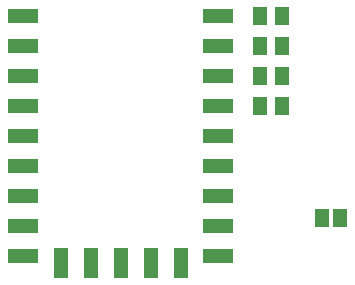
<source format=gtp>
G75*
%MOIN*%
%OFA0B0*%
%FSLAX24Y24*%
%IPPOS*%
%LPD*%
%AMOC8*
5,1,8,0,0,1.08239X$1,22.5*
%
%ADD10R,0.0512X0.0591*%
%ADD11R,0.1000X0.0500*%
%ADD12R,0.0500X0.1000*%
%ADD13R,0.0460X0.0630*%
D10*
X012635Y009643D03*
X013384Y009643D03*
X013384Y010643D03*
X012635Y010643D03*
X012635Y011643D03*
X013384Y011643D03*
X013384Y012643D03*
X012635Y012643D03*
D11*
X004760Y004643D03*
X004760Y005643D03*
X004760Y006643D03*
X004760Y007643D03*
X004760Y008643D03*
X004760Y009643D03*
X004760Y010643D03*
X004760Y011643D03*
X004760Y012643D03*
X011260Y012643D03*
X011260Y011643D03*
X011260Y010643D03*
X011260Y009643D03*
X011260Y008643D03*
X011260Y007643D03*
X011260Y006643D03*
X011260Y005643D03*
X011260Y004643D03*
D12*
X010010Y004393D03*
X009010Y004393D03*
X008010Y004393D03*
X007010Y004393D03*
X006010Y004393D03*
D13*
X014710Y005893D03*
X015310Y005893D03*
M02*

</source>
